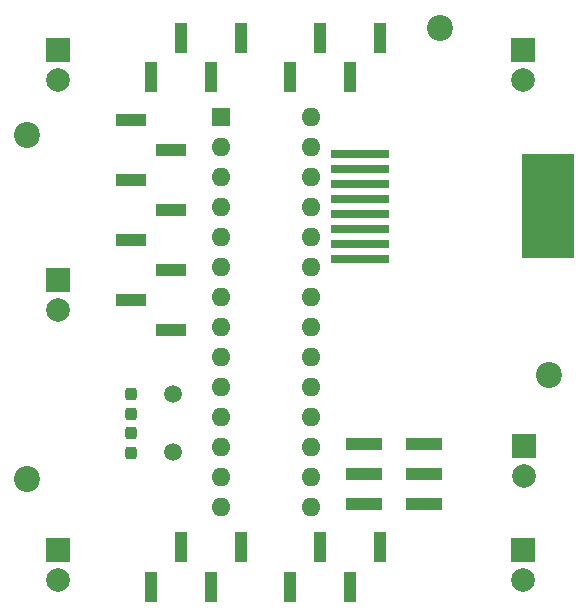
<source format=gbr>
%TF.GenerationSoftware,KiCad,Pcbnew,8.0.4*%
%TF.CreationDate,2024-07-18T22:26:43+02:00*%
%TF.ProjectId,circuit,63697263-7569-4742-9e6b-696361645f70,rev?*%
%TF.SameCoordinates,Original*%
%TF.FileFunction,Soldermask,Top*%
%TF.FilePolarity,Negative*%
%FSLAX46Y46*%
G04 Gerber Fmt 4.6, Leading zero omitted, Abs format (unit mm)*
G04 Created by KiCad (PCBNEW 8.0.4) date 2024-07-18 22:26:43*
%MOMM*%
%LPD*%
G01*
G04 APERTURE LIST*
G04 Aperture macros list*
%AMRoundRect*
0 Rectangle with rounded corners*
0 $1 Rounding radius*
0 $2 $3 $4 $5 $6 $7 $8 $9 X,Y pos of 4 corners*
0 Add a 4 corners polygon primitive as box body*
4,1,4,$2,$3,$4,$5,$6,$7,$8,$9,$2,$3,0*
0 Add four circle primitives for the rounded corners*
1,1,$1+$1,$2,$3*
1,1,$1+$1,$4,$5*
1,1,$1+$1,$6,$7*
1,1,$1+$1,$8,$9*
0 Add four rect primitives between the rounded corners*
20,1,$1+$1,$2,$3,$4,$5,0*
20,1,$1+$1,$4,$5,$6,$7,0*
20,1,$1+$1,$6,$7,$8,$9,0*
20,1,$1+$1,$8,$9,$2,$3,0*%
G04 Aperture macros list end*
%ADD10R,2.000000X2.000000*%
%ADD11C,2.000000*%
%ADD12RoundRect,0.237500X0.237500X-0.300000X0.237500X0.300000X-0.237500X0.300000X-0.237500X-0.300000X0*%
%ADD13R,2.510000X1.000000*%
%ADD14RoundRect,0.237500X-0.237500X0.300000X-0.237500X-0.300000X0.237500X-0.300000X0.237500X0.300000X0*%
%ADD15R,4.500000X8.800000*%
%ADD16R,5.000000X0.760000*%
%ADD17R,1.600000X1.600000*%
%ADD18O,1.600000X1.600000*%
%ADD19R,3.150000X1.000000*%
%ADD20C,1.500000*%
%ADD21R,1.000000X2.510000*%
%ADD22C,2.200000*%
G04 APERTURE END LIST*
D10*
%TO.C,J1.1.3*%
X246800000Y-92100000D03*
D11*
X246800000Y-94640000D03*
%TD*%
D10*
%TO.C,J1.1.1*%
X246800000Y-49800000D03*
D11*
X246800000Y-52340000D03*
%TD*%
D12*
%TO.C,C2*%
X213600000Y-83925000D03*
X213600000Y-82200000D03*
%TD*%
D13*
%TO.C,J1*%
X213645000Y-55710000D03*
X216955000Y-58250000D03*
X213645000Y-60790000D03*
X216955000Y-63330000D03*
X213645000Y-65870000D03*
X216955000Y-68410000D03*
X213645000Y-70950000D03*
X216955000Y-73490000D03*
%TD*%
D10*
%TO.C,J1.1.2*%
X207400000Y-49800000D03*
D11*
X207400000Y-52340000D03*
%TD*%
D14*
%TO.C,C1*%
X213600000Y-78875000D03*
X213600000Y-80600000D03*
%TD*%
D15*
%TO.C,J4*%
X248900000Y-63000000D03*
D16*
X232970000Y-58555000D03*
X232970000Y-59825000D03*
X232970000Y-61095000D03*
X232970000Y-62365000D03*
X232970000Y-63635000D03*
X232970000Y-64905000D03*
X232970000Y-66175000D03*
X232970000Y-67445000D03*
%TD*%
D10*
%TO.C,J1.2.2*%
X207400000Y-69300000D03*
D11*
X207400000Y-71840000D03*
%TD*%
D17*
%TO.C,U1*%
X221200000Y-55460000D03*
D18*
X221200000Y-58000000D03*
X221200000Y-60540000D03*
X221200000Y-63080000D03*
X221200000Y-65620000D03*
X221200000Y-68160000D03*
X221200000Y-70700000D03*
X221200000Y-73240000D03*
X221200000Y-75780000D03*
X221200000Y-78320000D03*
X221200000Y-80860000D03*
X221200000Y-83400000D03*
X221200000Y-85940000D03*
X221200000Y-88480000D03*
X228820000Y-88480000D03*
X228820000Y-85940000D03*
X228820000Y-83400000D03*
X228820000Y-80860000D03*
X228820000Y-78320000D03*
X228820000Y-75780000D03*
X228820000Y-73240000D03*
X228820000Y-70700000D03*
X228820000Y-68160000D03*
X228820000Y-65620000D03*
X228820000Y-63080000D03*
X228820000Y-60540000D03*
X228820000Y-58000000D03*
X228820000Y-55460000D03*
%TD*%
D19*
%TO.C,J3*%
X238400000Y-88200000D03*
X233350000Y-88200000D03*
X238400000Y-85660000D03*
X233350000Y-85660000D03*
X238400000Y-83120000D03*
X233350000Y-83120000D03*
%TD*%
D20*
%TO.C,Y1*%
X217200000Y-78900000D03*
X217200000Y-83800000D03*
%TD*%
D10*
%TO.C,J1.2.1*%
X246900000Y-83300000D03*
D11*
X246900000Y-85840000D03*
%TD*%
D21*
%TO.C,J1.4*%
X227100000Y-95210000D03*
X229640000Y-91900000D03*
X232180000Y-95210000D03*
X234720000Y-91900000D03*
%TD*%
D10*
%TO.C,J1.1.4*%
X207400000Y-92100000D03*
D11*
X207400000Y-94640000D03*
%TD*%
D21*
%TO.C,J1.3*%
X215280000Y-95210000D03*
X217820000Y-91900000D03*
X220360000Y-95210000D03*
X222900000Y-91900000D03*
%TD*%
%TO.C,J1.2*%
X227100000Y-52055000D03*
X229640000Y-48745000D03*
X232180000Y-52055000D03*
X234720000Y-48745000D03*
%TD*%
%TO.C,J1.1*%
X215280000Y-52055000D03*
X217820000Y-48745000D03*
X220360000Y-52055000D03*
X222900000Y-48745000D03*
%TD*%
D22*
%TO.C,REF\u002A\u002A*%
X239800000Y-47900000D03*
%TD*%
%TO.C,REF\u002A\u002A*%
X204800000Y-86100000D03*
%TD*%
%TO.C,REF\u002A\u002A*%
X204800000Y-57000000D03*
%TD*%
%TO.C,REF\u002A\u002A*%
X249000000Y-77300000D03*
%TD*%
M02*

</source>
